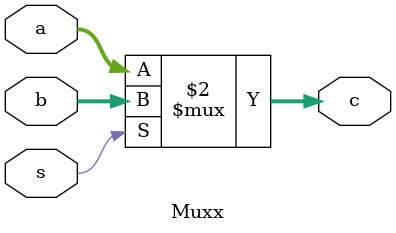
<source format=v>
`timescale 1ns / 1ps
module Muxx(a, b, s, c);
    // Inputs and Output Declaration
    input [31:0] a, b;   // 32-bit data inputs
    input s;             // 1-bit select input
    output [31:0] c;     // 32-bit output

    // Multiplexer Logic
    assign c = (~s) ? a : b;
endmodule
</source>
